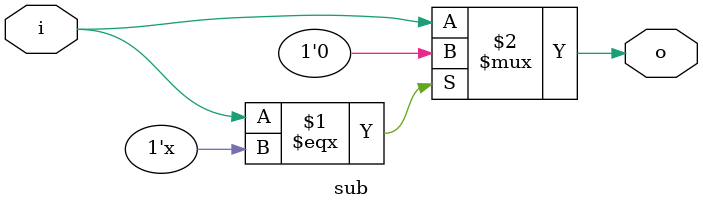
<source format=v>

module t(/*AUTOARG*/
   // Outputs
   o,
   // Inputs
   i
   );

   input i;
   output o;
   sub sub(i, o);
endmodule

module sub(input i, output o);
   assign o = (i===1'bz) ? 1'b0 : i;
endmodule

</source>
